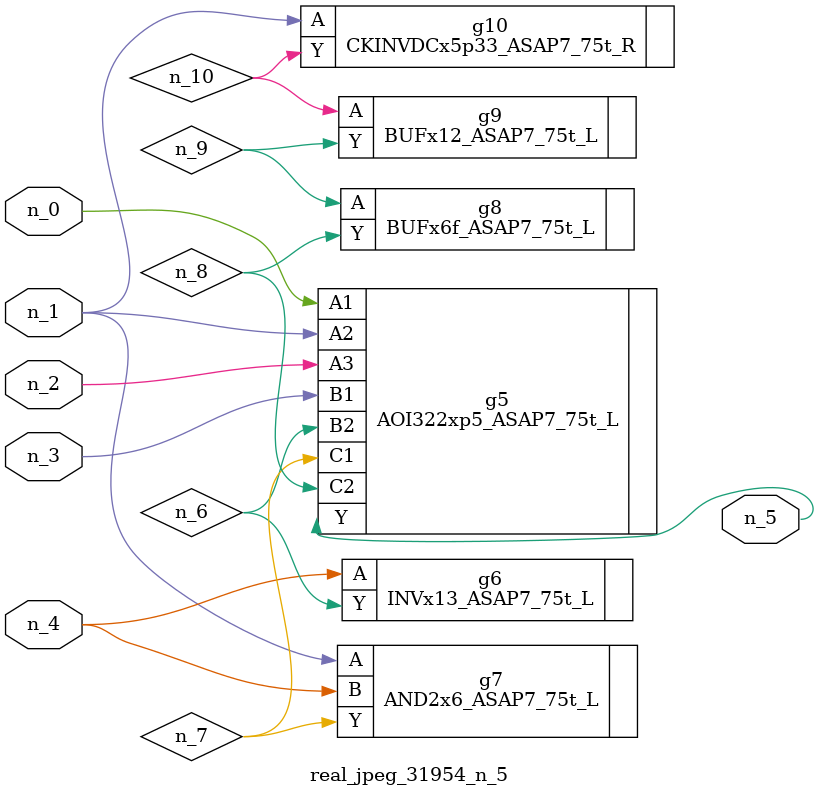
<source format=v>
module real_jpeg_31954_n_5 (n_4, n_0, n_1, n_2, n_3, n_5);

input n_4;
input n_0;
input n_1;
input n_2;
input n_3;

output n_5;

wire n_8;
wire n_6;
wire n_7;
wire n_10;
wire n_9;

AOI322xp5_ASAP7_75t_L g5 ( 
.A1(n_0),
.A2(n_1),
.A3(n_2),
.B1(n_3),
.B2(n_6),
.C1(n_7),
.C2(n_8),
.Y(n_5)
);

AND2x6_ASAP7_75t_L g7 ( 
.A(n_1),
.B(n_4),
.Y(n_7)
);

CKINVDCx5p33_ASAP7_75t_R g10 ( 
.A(n_1),
.Y(n_10)
);

INVx13_ASAP7_75t_L g6 ( 
.A(n_4),
.Y(n_6)
);

BUFx6f_ASAP7_75t_L g8 ( 
.A(n_9),
.Y(n_8)
);

BUFx12_ASAP7_75t_L g9 ( 
.A(n_10),
.Y(n_9)
);


endmodule
</source>
